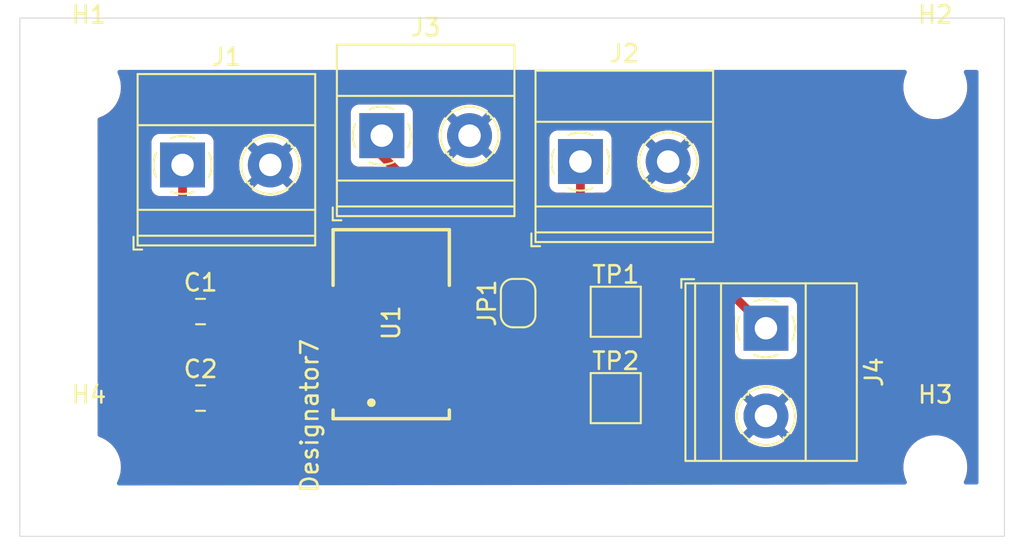
<source format=kicad_pcb>
(kicad_pcb (version 20240108) (generator "pcbnew") (generator_version "8.0")
  (layers (0 "F.Cu" signal) (31 "B.Cu" signal) (34 "B.Paste" user) (35 "F.Paste" user) (36 "B.SilkS" user "B.Silkscreen") (37 "F.SilkS" user "F.Silkscreen") (38 "B.Mask" user) (39 "F.Mask" user) (44 "Edge.Cuts" user))
  (net 0 "")
  (net 1 "+5V")
  (net 2 "GND")
  (net 3 "Net-(JP1-A)")
  (net 4 "+3V3")
  (footprint "TestPoint:TestPoint_Pad_2.5x2.5mm" (layer "F.Cu") (at 95.5 99.5)
    (property "Reference" "TP2" (at 0 -2.148 0) (layer "F.SilkS"))
    (property "Value" "TestPoint")
    (fp_line (start -1.45 -1.45) (end 1.45 -1.45) (stroke (width 0.12)) (layer "F.SilkS"))
    (fp_line (start -1.45 1.45) (end -1.45 -1.45) (stroke (width 0.12)) (layer "F.SilkS"))
    (fp_line (start 1.45 -1.45) (end 1.45 1.45) (stroke (width 0.12)) (layer "F.SilkS"))
    (fp_line (start 1.45 1.45) (end -1.45 1.45) (stroke (width 0.12)) (layer "F.SilkS"))
    (pad "1" smd rect (at 0 0) (size 2.5 2.5) (layers "F.Cu" "F.Mask") (net 2 "GND"))
  )
  (footprint "Capacitor_SMD:C_0805_2012Metric_Pad1.18x1.45mm_HandSolder" (layer "F.Cu") (at 71.4625 94.49)
    (property "Reference" "C1" (at 0 -1.68 0) (layer "F.SilkS"))
    (property "Value" "100uF")
    (fp_line (start -0.261252 -0.735) (end 0.261252 -0.735) (stroke (width 0.12)) (layer "F.SilkS"))
    (fp_line (start -0.261252 0.735) (end 0.261252 0.735) (stroke (width 0.12)) (layer "F.SilkS"))
    (pad "1" smd roundrect (at -1.0375 0) (size 1.175 1.45) (layers "F.Cu" "F.Paste" "F.Mask") (roundrect_rratio 0.212766) (net 1 "+5V"))
    (pad "2" smd roundrect (at 1.0375 0) (size 1.175 1.45) (layers "F.Cu" "F.Paste" "F.Mask") (roundrect_rratio 0.212766) (net 2 "GND"))
  )
  (footprint "TerminalBlock_Phoenix:TerminalBlock_Phoenix_MKDS-1,5-2-5.08_1x02_P5.08mm_Horizontal" (layer "F.Cu") (at 70.42 86)
    (property "Reference" "J1" (at 2.54 -6.26 0) (layer "F.SilkS"))
    (property "Value" "Input")
    (fp_line (start -2.84 4.16) (end -2.84 4.9) (stroke (width 0.12)) (layer "F.SilkS"))
    (fp_line (start -2.84 4.9) (end -2.34 4.9) (stroke (width 0.12)) (layer "F.SilkS"))
    (fp_line (start -2.6 -5.261) (end -2.6 4.66) (stroke (width 0.12)) (layer "F.SilkS"))
    (fp_line (start -2.6 -5.261) (end 7.68 -5.261) (stroke (width 0.12)) (layer "F.SilkS"))
    (fp_line (start -2.6 -2.301) (end 7.68 -2.301) (stroke (width 0.12)) (layer "F.SilkS"))
    (fp_line (start -2.6 2.6) (end 7.68 2.6) (stroke (width 0.12)) (layer "F.SilkS"))
    (fp_line (start -2.6 4.1) (end 7.68 4.1) (stroke (width 0.12)) (layer "F.SilkS"))
    (fp_line (start -2.6 4.66) (end 7.68 4.66) (stroke (width 0.12)) (layer "F.SilkS"))
    (fp_line (start 3.853 1.023) (end 3.806 1.069) (stroke (width 0.12)) (layer "F.SilkS"))
    (fp_line (start 4.046 1.239) (end 4.011 1.274) (stroke (width 0.12)) (layer "F.SilkS"))
    (fp_line (start 6.15 -1.275) (end 6.115 -1.239) (stroke (width 0.12)) (layer "F.SilkS"))
    (fp_line (start 6.355 -1.069) (end 6.308 -1.023) (stroke (width 0.12)) (layer "F.SilkS"))
    (fp_line (start 7.68 -5.261) (end 7.68 4.66) (stroke (width 0.12)) (layer "F.SilkS"))
    (fp_arc (start -1.535427 0.683042) (mid -1.680501 -0.000524) (end -1.535 -0.684) (stroke (width 0.12)) (layer "F.SilkS"))
    (fp_arc (start -0.683042 -1.535427) (mid 0.000524 -1.680501) (end 0.684 -1.535) (stroke (width 0.12)) (layer "F.SilkS"))
    (fp_arc (start 0.028805 1.680253) (mid -0.335551 1.646659) (end -0.684 1.535) (stroke (width 0.12)) (layer "F.SilkS"))
    (fp_arc (start 0.683318 1.534756) (mid 0.349292 1.643288) (end 0 1.68) (stroke (width 0.12)) (layer "F.SilkS"))
    (fp_arc (start 1.535427 -0.683042) (mid 1.680501 0.000524) (end 1.535 0.684) (stroke (width 0.12)) (layer "F.SilkS"))
    (fp_circle (center 5.08 0) (end 6.76 0) (stroke (width 0.12)) (fill none) (layer "F.SilkS"))
    (pad "1" thru_hole rect (at 0 0) (size 2.6 2.6) (drill 1.3) (layers "*.Cu" "*.Mask") (net 1 "+5V"))
    (pad "2" thru_hole circle (at 5.08 0) (size 2.6 2.6) (drill 1.3) (layers "*.Cu" "*.Mask") (net 2 "GND"))
  )
  (footprint "MountingHole:MountingHole_3.2mm_M3" (layer "F.Cu") (at 65 103.5)
    (property "Reference" "H4" (at 0 -4.2 0) (layer "F.SilkS"))
    (property "Value" "MountingHole")
    (pad "" np_thru_hole circle (at 0 0) (size 3.2 3.2) (drill 3.2) (layers "*.Cu" "*.Mask"))
  )
  (footprint "MountingHole:MountingHole_3.2mm_M3" (layer "F.Cu") (at 114 81.5)
    (property "Reference" "H2" (at 0 -4.2 0) (layer "F.SilkS"))
    (property "Value" "MountingHole")
    (pad "" np_thru_hole circle (at 0 0) (size 3.2 3.2) (drill 3.2) (layers "*.Cu" "*.Mask"))
  )
  (footprint "TerminalBlock_Phoenix:TerminalBlock_Phoenix_MKDS-1,5-2-5.08_1x02_P5.08mm_Horizontal" (layer "F.Cu") (at 81.955 84.305)
    (property "Reference" "J3" (at 2.54 -6.26 0) (layer "F.SilkS"))
    (property "Value" "UWB_POWER")
    (fp_line (start -2.84 4.16) (end -2.84 4.9) (stroke (width 0.12)) (layer "F.SilkS"))
    (fp_line (start -2.84 4.9) (end -2.34 4.9) (stroke (width 0.12)) (layer "F.SilkS"))
    (fp_line (start -2.6 -5.261) (end -2.6 4.66) (stroke (width 0.12)) (layer "F.SilkS"))
    (fp_line (start -2.6 -5.261) (end 7.68 -5.261) (stroke (width 0.12)) (layer "F.SilkS"))
    (fp_line (start -2.6 -2.301) (end 7.68 -2.301) (stroke (width 0.12)) (layer "F.SilkS"))
    (fp_line (start -2.6 2.6) (end 7.68 2.6) (stroke (width 0.12)) (layer "F.SilkS"))
    (fp_line (start -2.6 4.1) (end 7.68 4.1) (stroke (width 0.12)) (layer "F.SilkS"))
    (fp_line (start -2.6 4.66) (end 7.68 4.66) (stroke (width 0.12)) (layer "F.SilkS"))
    (fp_line (start 3.853 1.023) (end 3.806 1.069) (stroke (width 0.12)) (layer "F.SilkS"))
    (fp_line (start 4.046 1.239) (end 4.011 1.274) (stroke (width 0.12)) (layer "F.SilkS"))
    (fp_line (start 6.15 -1.275) (end 6.115 -1.239) (stroke (width 0.12)) (layer "F.SilkS"))
    (fp_line (start 6.355 -1.069) (end 6.308 -1.023) (stroke (width 0.12)) (layer "F.SilkS"))
    (fp_line (start 7.68 -5.261) (end 7.68 4.66) (stroke (width 0.12)) (layer "F.SilkS"))
    (fp_arc (start -1.535427 0.683042) (mid -1.680501 -0.000524) (end -1.535 -0.684) (stroke (width 0.12)) (layer "F.SilkS"))
    (fp_arc (start -0.683042 -1.535427) (mid 0.000524 -1.680501) (end 0.684 -1.535) (stroke (width 0.12)) (layer "F.SilkS"))
    (fp_arc (start 0.028805 1.680253) (mid -0.335551 1.646659) (end -0.684 1.535) (stroke (width 0.12)) (layer "F.SilkS"))
    (fp_arc (start 0.683318 1.534756) (mid 0.349292 1.643288) (end 0 1.68) (stroke (width 0.12)) (layer "F.SilkS"))
    (fp_arc (start 1.535427 -0.683042) (mid 1.680501 0.000524) (end 1.535 0.684) (stroke (width 0.12)) (layer "F.SilkS"))
    (fp_circle (center 5.08 0) (end 6.76 0) (stroke (width 0.12)) (fill none) (layer "F.SilkS"))
    (pad "1" thru_hole rect (at 0 0) (size 2.6 2.6) (drill 1.3) (layers "*.Cu" "*.Mask") (net 4 "+3V3"))
    (pad "2" thru_hole circle (at 5.08 0) (size 2.6 2.6) (drill 1.3) (layers "*.Cu" "*.Mask") (net 2 "GND"))
  )
  (footprint "Jumper:SolderJumper-2_P1.3mm_Open_RoundedPad1.0x1.5mm" (layer "F.Cu") (at 89.85 94 90)
    (property "Reference" "JP1" (at 0 -1.8 90) (layer "F.SilkS"))
    (property "Value" "SolderJumper_2_Open")
    (fp_line (start -0.7 -1) (end 0.7 -1) (stroke (width 0.12)) (layer "F.SilkS"))
    (fp_line (start 1.4 -0.3) (end 1.4 0.3) (stroke (width 0.12)) (layer "F.SilkS"))
    (fp_line (start -1.4 0.3) (end -1.4 -0.3) (stroke (width 0.12)) (layer "F.SilkS"))
    (fp_line (start 0.7 1) (end -0.7 1) (stroke (width 0.12)) (layer "F.SilkS"))
    (fp_arc (start 0.7 -1) (mid 1.194975 -0.794975) (end 1.4 -0.3) (stroke (width 0.12)) (layer "F.SilkS"))
    (fp_arc (start -1.4 -0.3) (mid -1.194975 -0.794975) (end -0.7 -1) (stroke (width 0.12)) (layer "F.SilkS"))
    (fp_arc (start 1.4 0.3) (mid 1.194975 0.794975) (end 0.7 1) (stroke (width 0.12)) (layer "F.SilkS"))
    (fp_arc (start -0.7 1) (mid -1.194975 0.794975) (end -1.4 0.3) (stroke (width 0.12)) (layer "F.SilkS"))
    (pad "1" smd custom (at -0.65 0 90) (size 1 0.5) (layers "F.Cu" "F.Mask") (net 3 "Net-(JP1-A)") (options (clearance outline) (anchor rect)) (primitives (gr_circle (center 0 0.25) (end 0.5 0.25) (width 0) (fill yes)) (gr_circle (center 0 -0.25) (end 0.5 -0.25) (width 0) (fill yes)) (gr_poly (pts (xy 0.5 0.75) (xy 0 0.75) (xy 0 -0.75) (xy 0.5 -0.75)) (width 0) (fill yes))))
    (pad "2" smd custom (at 0.65 0 90) (size 1 0.5) (layers "F.Cu" "F.Mask") (net 4 "+3V3") (options (clearance outline) (anchor rect)) (primitives (gr_circle (center 0 0.25) (end 0.5 0.25) (width 0) (fill yes)) (gr_circle (center 0 -0.25) (end 0.5 -0.25) (width 0) (fill yes)) (gr_poly (pts (xy 0 0.75) (xy -0.5 0.75) (xy -0.5 -0.75) (xy 0 -0.75)) (width 0) (fill yes))))
  )
  (footprint "Capacitor_SMD:C_0805_2012Metric_Pad1.18x1.45mm_HandSolder" (layer "F.Cu") (at 71.4625 99.5)
    (property "Reference" "C2" (at 0 -1.68 0) (layer "F.SilkS"))
    (property "Value" "10uF")
    (fp_line (start -0.261252 -0.735) (end 0.261252 -0.735) (stroke (width 0.12)) (layer "F.SilkS"))
    (fp_line (start -0.261252 0.735) (end 0.261252 0.735) (stroke (width 0.12)) (layer "F.SilkS"))
    (pad "1" smd roundrect (at -1.0375 0) (size 1.175 1.45) (layers "F.Cu" "F.Paste" "F.Mask") (roundrect_rratio 0.212766) (net 3 "Net-(JP1-A)"))
    (pad "2" smd roundrect (at 1.0375 0) (size 1.175 1.45) (layers "F.Cu" "F.Paste" "F.Mask") (roundrect_rratio 0.212766) (net 2 "GND"))
  )
  (footprint "MountingHole:MountingHole_3.2mm_M3" (layer "F.Cu") (at 114 103.5)
    (property "Reference" "H3" (at 0 -4.2 0) (layer "F.SilkS"))
    (property "Value" "MountingHole")
    (pad "" np_thru_hole circle (at 0 0) (size 3.2 3.2) (drill 3.2) (layers "*.Cu" "*.Mask"))
  )
  (footprint "MountingHole:MountingHole_3.2mm_M3" (layer "F.Cu") (at 65 81.5)
    (property "Reference" "H1" (at 0 -4.2 0) (layer "F.SilkS"))
    (property "Value" "MountingHole")
    (pad "" np_thru_hole circle (at 0 0) (size 3.2 3.2) (drill 3.2) (layers "*.Cu" "*.Mask"))
  )
  (footprint "TerminalBlock_Phoenix:TerminalBlock_Phoenix_MKDS-1,5-2-5.08_1x02_P5.08mm_Horizontal" (layer "F.Cu") (at 104.195 95.455 -90)
    (property "Reference" "J4" (at 2.54 -6.26 90) (layer "F.SilkS"))
    (property "Value" "BACK_TO_BUCK")
    (fp_line (start -2.84 4.9) (end -2.34 4.9) (stroke (width 0.12)) (layer "F.SilkS"))
    (fp_line (start -2.6 4.66) (end 7.68 4.66) (stroke (width 0.12)) (layer "F.SilkS"))
    (fp_line (start -2.84 4.16) (end -2.84 4.9) (stroke (width 0.12)) (layer "F.SilkS"))
    (fp_line (start -2.6 4.1) (end 7.68 4.1) (stroke (width 0.12)) (layer "F.SilkS"))
    (fp_line (start -2.6 2.6) (end 7.68 2.6) (stroke (width 0.12)) (layer "F.SilkS"))
    (fp_line (start 4.046 1.239) (end 4.011 1.274) (stroke (width 0.12)) (layer "F.SilkS"))
    (fp_line (start 3.853 1.023) (end 3.806 1.069) (stroke (width 0.12)) (layer "F.SilkS"))
    (fp_line (start 6.355 -1.069) (end 6.308 -1.023) (stroke (width 0.12)) (layer "F.SilkS"))
    (fp_line (start 6.15 -1.275) (end 6.115 -1.239) (stroke (width 0.12)) (layer "F.SilkS"))
    (fp_line (start -2.6 -2.301) (end 7.68 -2.301) (stroke (width 0.12)) (layer "F.SilkS"))
    (fp_line (start -2.6 -5.261) (end -2.6 4.66) (stroke (width 0.12)) (layer "F.SilkS"))
    (fp_line (start -2.6 -5.261) (end 7.68 -5.261) (stroke (width 0.12)) (layer "F.SilkS"))
    (fp_line (start 7.68 -5.261) (end 7.68 4.66) (stroke (width 0.12)) (layer "F.SilkS"))
    (fp_arc (start 0.028805 1.680253) (mid -0.335551 1.646659) (end -0.684 1.535) (stroke (width 0.12)) (layer "F.SilkS"))
    (fp_arc (start 0.683318 1.534756) (mid 0.349292 1.643288) (end 0 1.68) (stroke (width 0.12)) (layer "F.SilkS"))
    (fp_arc (start -1.535427 0.683042) (mid -1.680501 -0.000524) (end -1.535 -0.684) (stroke (width 0.12)) (layer "F.SilkS"))
    (fp_arc (start 1.535427 -0.683042) (mid 1.680501 0.000524) (end 1.535 0.684) (stroke (width 0.12)) (layer "F.SilkS"))
    (fp_arc (start -0.683042 -1.535427) (mid 0.000524 -1.680501) (end 0.684 -1.535) (stroke (width 0.12)) (layer "F.SilkS"))
    (fp_circle (center 5.08 0) (end 6.76 0) (stroke (width 0.12)) (fill none) (layer "F.SilkS"))
    (pad "1" thru_hole rect (at 0 0 270) (size 2.6 2.6) (drill 1.3) (layers "*.Cu" "*.Mask") (net 4 "+3V3"))
    (pad "2" thru_hole circle (at 5.08 0 270) (size 2.6 2.6) (drill 1.3) (layers "*.Cu" "*.Mask") (net 2 "GND"))
  )
  (footprint "TerminalBlock_Phoenix:TerminalBlock_Phoenix_MKDS-1,5-2-5.08_1x02_P5.08mm_Horizontal" (layer "F.Cu") (at 93.455 85.805)
    (property "Reference" "J2" (at 2.54 -6.26 0) (layer "F.SilkS"))
    (property "Value" "MAIN_BOARD")
    (fp_line (start -2.84 4.16) (end -2.84 4.9) (stroke (width 0.12)) (layer "F.SilkS"))
    (fp_line (start -2.84 4.9) (end -2.34 4.9) (stroke (width 0.12)) (layer "F.SilkS"))
    (fp_line (start -2.6 -5.261) (end -2.6 4.66) (stroke (width 0.12)) (layer "F.SilkS"))
    (fp_line (start -2.6 -5.261) (end 7.68 -5.261) (stroke (width 0.12)) (layer "F.SilkS"))
    (fp_line (start -2.6 -2.301) (end 7.68 -2.301) (stroke (width 0.12)) (layer "F.SilkS"))
    (fp_line (start -2.6 2.6) (end 7.68 2.6) (stroke (width 0.12)) (layer "F.SilkS"))
    (fp_line (start -2.6 4.1) (end 7.68 4.1) (stroke (width 0.12)) (layer "F.SilkS"))
    (fp_line (start -2.6 4.66) (end 7.68 4.66) (stroke (width 0.12)) (layer "F.SilkS"))
    (fp_line (start 3.853 1.023) (end 3.806 1.069) (stroke (width 0.12)) (layer "F.SilkS"))
    (fp_line (start 4.046 1.239) (end 4.011 1.274) (stroke (width 0.12)) (layer "F.SilkS"))
    (fp_line (start 6.15 -1.275) (end 6.115 -1.239) (stroke (width 0.12)) (layer "F.SilkS"))
    (fp_line (start 6.355 -1.069) (end 6.308 -1.023) (stroke (width 0.12)) (layer "F.SilkS"))
    (fp_line (start 7.68 -5.261) (end 7.68 4.66) (stroke (width 0.12)) (layer "F.SilkS"))
    (fp_arc (start -1.535427 0.683042) (mid -1.680501 -0.000524) (end -1.535 -0.684) (stroke (width 0.12)) (layer "F.SilkS"))
    (fp_arc (start -0.683042 -1.535427) (mid 0.000524 -1.680501) (end 0.684 -1.535) (stroke (width 0.12)) (layer "F.SilkS"))
    (fp_arc (start 0.028805 1.680253) (mid -0.335551 1.646659) (end -0.684 1.535) (stroke (width 0.12)) (layer "F.SilkS"))
    (fp_arc (start 0.683318 1.534756) (mid 0.349292 1.643288) (end 0 1.68) (stroke (width 0.12)) (layer "F.SilkS"))
    (fp_arc (start 1.535427 -0.683042) (mid 1.680501 0.000524) (end 1.535 0.684) (stroke (width 0.12)) (layer "F.SilkS"))
    (fp_circle (center 5.08 0) (end 6.76 0) (stroke (width 0.12)) (fill none) (layer "F.SilkS"))
    (pad "1" thru_hole rect (at 0 0) (size 2.6 2.6) (drill 1.3) (layers "*.Cu" "*.Mask") (net 4 "+3V3"))
    (pad "2" thru_hole circle (at 5.08 0) (size 2.6 2.6) (drill 1.3) (layers "*.Cu" "*.Mask") (net 2 "GND"))
  )
  (footprint "TestPoint:TestPoint_Pad_2.5x2.5mm" (layer "F.Cu") (at 95.5 94.5)
    (property "Reference" "TP1" (at 0 -2.148 0) (layer "F.SilkS"))
    (property "Value" "TestPoint")
    (fp_line (start -1.45 -1.45) (end 1.45 -1.45) (stroke (width 0.12)) (layer "F.SilkS"))
    (fp_line (start -1.45 1.45) (end -1.45 -1.45) (stroke (width 0.12)) (layer "F.SilkS"))
    (fp_line (start 1.45 -1.45) (end 1.45 1.45) (stroke (width 0.12)) (layer "F.SilkS"))
    (fp_line (start 1.45 1.45) (end -1.45 1.45) (stroke (width 0.12)) (layer "F.SilkS"))
    (pad "1" smd rect (at 0 0) (size 2.5 2.5) (layers "F.Cu" "F.Mask") (net 3 "Net-(JP1-A)"))
  )
  (footprint "LM1117:NDP0003B" (layer "F.Cu") (at 82.5 95.140001 90)
    (property "Reference" "U1" (at 0 0 90) (layer "F.SilkS"))
    (property "Value" "LM1117DTX-3.3/NOPB")
    (fp_line (start 2.170001 -3.365) (end 5.390004 -3.365) (stroke (width 0.2)) (layer "F.SilkS"))
    (fp_line (start -5.550004 -3.365) (end -5.050003 -3.365) (stroke (width 0.2)) (layer "F.SilkS"))
    (fp_line (start 5.390004 3.365) (end 5.390004 -3.365) (stroke (width 0.2)) (layer "F.SilkS"))
    (fp_line (start 2.170001 3.365) (end 5.390004 3.365) (stroke (width 0.2)) (layer "F.SilkS"))
    (fp_line (start -5.550004 3.365) (end -5.550004 -3.365) (stroke (width 0.2)) (layer "F.SilkS"))
    (fp_line (start -5.550004 3.365) (end -5.050003 3.365) (stroke (width 0.2)) (layer "F.SilkS"))
    (fp_circle (center -4.625 -1.15) (end -4.499999 -1.15) (stroke (width 0.25)) (fill none) (layer "F.SilkS"))
    (fp_text user "Designator7" (at -5.3848 -4.7244 90) (layer "F.SilkS"))
    (pad "1" smd rect (at -4.299999 -2.284999 180) (size 1.3 1.699999) (layers "F.Cu" "F.Paste" "F.Mask") (net 2 "GND"))
    (pad "3" smd rect (at -4.299999 2.284999 180) (size 1.3 1.699999) (layers "F.Cu" "F.Paste" "F.Mask") (net 1 "+5V"))
    (pad "4" smd rect (at 2.140001 0 180) (size 5.499999 5.699998) (layers "F.Cu" "F.Paste" "F.Mask") (net 3 "Net-(JP1-A)"))
  )
  (gr_rect (start 61 77.5) (end 118 107.5) (stroke (width 0.05)) (fill none) (layer "Edge.Cuts"))
  (segment (start 68 95) (end 68.51 94.49) (width 0.508) (layer "F.Cu") (net 1))
  (segment (start 70.42 94.485) (end 70.425 94.49) (width 0.2) (layer "F.Cu") (net 1))
  (segment (start 68.51 94.49) (end 70.425 94.49) (width 0.508) (layer "F.Cu") (net 1))
  (segment (start 68 101.5) (end 68 95) (width 0.508) (layer "F.Cu") (net 1))
  (segment (start 84.784999 101.715001) (end 84 102.5) (width 0.508) (layer "F.Cu") (net 1))
  (segment (start 84 102.5) (end 69 102.5) (width 0.508) (layer "F.Cu") (net 1))
  (segment (start 69 102.5) (end 68 101.5) (width 0.508) (layer "F.Cu") (net 1))
  (segment (start 84.784999 99.44) (end 84.784999 101.715001) (width 0.508) (layer "F.Cu") (net 1))
  (segment (start 70.42 86) (end 70.42 94.485) (width 0.508) (layer "F.Cu") (net 1))
  (segment (start 95.5 94.5) (end 90 94.5) (width 0.508) (layer "F.Cu") (net 3))
  (segment (start 82.5 93) (end 79.985 95.515) (width 0.2) (layer "F.Cu") (net 3))
  (segment (start 79.985 95.515) (end 74.41 95.515) (width 0.508) (layer "F.Cu") (net 3))
  (segment (start 74.41 95.515) (end 70.425 99.5) (width 0.508) (layer "F.Cu") (net 3))
  (segment (start 89.85 94.65) (end 84.15 94.65) (width 0.508) (layer "F.Cu") (net 3))
  (segment (start 90 94.5) (end 89.85 94.65) (width 0.2) (layer "F.Cu") (net 3))
  (segment (start 84.15 94.65) (end 82.5 93) (width 0.2) (layer "F.Cu") (net 3))
  (segment (start 93.455 85.805) (end 93.455 89.745) (width 0.508) (layer "F.Cu") (net 4))
  (segment (start 93.455 89.745) (end 89.85 93.35) (width 0.508) (layer "F.Cu") (net 4))
  (segment (start 81.955 84.305) (end 81.955 85.455) (width 0.508) (layer "F.Cu") (net 4))
  (segment (start 104.195 95.455) (end 98.485 89.745) (width 0.508) (layer "F.Cu") (net 4))
  (segment (start 98.485 89.745) (end 93.455 89.745) (width 0.508) (layer "F.Cu") (net 4))
  (segment (start 89.92 93.28) (end 89.85 93.35) (width 0.2) (layer "F.Cu") (net 4))
  (segment (start 81.955 85.455) (end 89.85 93.35) (width 0.508) (layer "F.Cu") (net 4))
  (zone (net 2) (net_name "GND") (layer "F.Cu") (connect_pads (clearance 0.5)) (min_thickness 0.25) (fill yes (thermal_gap 0.5) (thermal_bridge_width 0.5))
    (polygon (pts (xy 65.5 80.5) (xy 116.5 80.5) (xy 116.5 104.5) (xy 65.563571 104.436429)))
  )
  (zone (net 2) (net_name "GND") (layer "B.Cu") (priority 1) (connect_pads (clearance 0.5)) (min_thickness 0.25) (fill yes (thermal_gap 0.5) (thermal_bridge_width 0.5))
    (polygon (pts (xy 65.5 80.5) (xy 116.5 80.5) (xy 116.5 104.5) (xy 65.5 104.559215)))
  )
)
</source>
